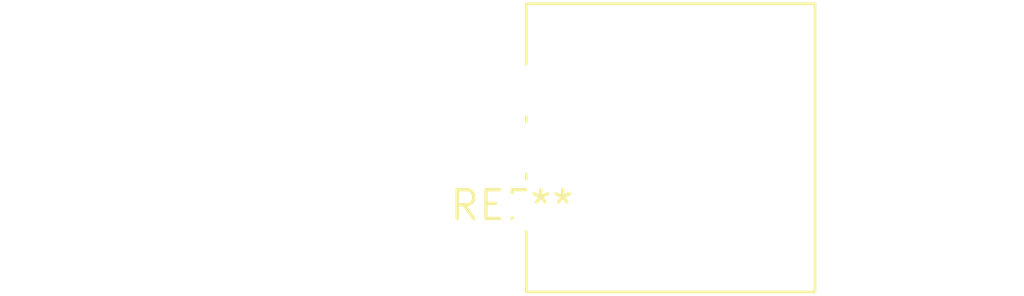
<source format=kicad_pcb>
(kicad_pcb (version 20240108) (generator pcbnew)
  (layers (0 "F.Cu" signal) (31 "B.Cu" signal) (34 "B.Paste" user) (35 "F.Paste" user) (36 "B.SilkS" user "B.Silkscreen") (37 "F.SilkS" user "F.Silkscreen") (38 "B.Mask" user) (39 "F.Mask" user) (44 "Edge.Cuts" user))
  (net 0 "")
  (footprint "Potentiometer_Vishay_148-149_Single_Vertical" (layer "F.Cu") (at 0 0)
    (property "Reference" "REF**")
    (property "Value" "Potentiometer_Vishay_148-149_Single_Vertical")
    (fp_line (start 0.63 -8.91) (end 0.63 -6.235) (layer "F.SilkS") (stroke (width 0.12)))
    (fp_line (start 0.63 -8.91) (end 13.37 -8.91) (layer "F.SilkS") (stroke (width 0.12)))
    (fp_line (start 0.63 -3.925) (end 0.63 -3.695) (layer "F.SilkS") (stroke (width 0.12)))
    (fp_line (start 0.63 -1.384) (end 0.63 -1.155) (layer "F.SilkS") (stroke (width 0.12)))
    (fp_line (start 0.63 1.155) (end 0.63 3.83) (layer "F.SilkS") (stroke (width 0.12)))
    (fp_line (start 0.63 3.83) (end 13.37 3.83) (layer "F.SilkS") (stroke (width 0.12)))
    (fp_line (start 13.37 -8.91) (end 13.37 3.83) (layer "F.SilkS") (stroke (width 0.12)))
    (pad "1" thru_hole circle (at 0 0) (size 1.8 1.8) (drill 1) (layers *.Cu *.Mask) (remove_unused_layers))
    (pad "2" thru_hole circle (at 0 -2.54) (size 1.8 1.8) (drill 1) (layers *.Cu *.Mask) (remove_unused_layers))
    (pad "3" thru_hole circle (at 0 -5.08) (size 1.8 1.8) (drill 1) (layers *.Cu *.Mask) (remove_unused_layers))
  )
)
</source>
